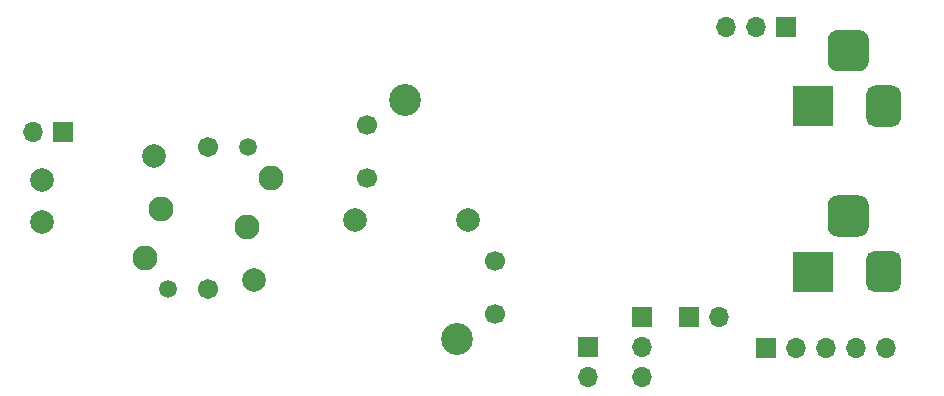
<source format=gbs>
G04 #@! TF.GenerationSoftware,KiCad,Pcbnew,(5.1.6-0-10_14)*
G04 #@! TF.CreationDate,2021-10-29T19:35:58+09:00*
G04 #@! TF.ProjectId,peltier+relay,70656c74-6965-4722-9b72-656c61792e6b,rev?*
G04 #@! TF.SameCoordinates,Original*
G04 #@! TF.FileFunction,Soldermask,Bot*
G04 #@! TF.FilePolarity,Negative*
%FSLAX46Y46*%
G04 Gerber Fmt 4.6, Leading zero omitted, Abs format (unit mm)*
G04 Created by KiCad (PCBNEW (5.1.6-0-10_14)) date 2021-10-29 19:35:58*
%MOMM*%
%LPD*%
G01*
G04 APERTURE LIST*
%ADD10O,1.700000X1.700000*%
%ADD11R,1.700000X1.700000*%
%ADD12C,2.000000*%
%ADD13R,3.500000X3.500000*%
%ADD14C,2.700000*%
%ADD15C,1.700000*%
%ADD16C,2.108200*%
%ADD17C,2.006600*%
%ADD18C,1.701800*%
%ADD19C,1.498600*%
G04 APERTURE END LIST*
D10*
X176160000Y-110500000D03*
X173620000Y-110500000D03*
X171080000Y-110500000D03*
X168540000Y-110500000D03*
D11*
X166000000Y-110500000D03*
D12*
X104750000Y-99770000D03*
X104750000Y-96270000D03*
D10*
X162050000Y-107810000D03*
D11*
X159510000Y-107810000D03*
D10*
X155560000Y-112890000D03*
X155560000Y-110350000D03*
D11*
X155560000Y-107810000D03*
D13*
X170000000Y-104000000D03*
G36*
G01*
X177500000Y-103000000D02*
X177500000Y-105000000D01*
G75*
G02*
X176750000Y-105750000I-750000J0D01*
G01*
X175250000Y-105750000D01*
G75*
G02*
X174500000Y-105000000I0J750000D01*
G01*
X174500000Y-103000000D01*
G75*
G02*
X175250000Y-102250000I750000J0D01*
G01*
X176750000Y-102250000D01*
G75*
G02*
X177500000Y-103000000I0J-750000D01*
G01*
G37*
G36*
G01*
X174750000Y-98425000D02*
X174750000Y-100175000D01*
G75*
G02*
X173875000Y-101050000I-875000J0D01*
G01*
X172125000Y-101050000D01*
G75*
G02*
X171250000Y-100175000I0J875000D01*
G01*
X171250000Y-98425000D01*
G75*
G02*
X172125000Y-97550000I875000J0D01*
G01*
X173875000Y-97550000D01*
G75*
G02*
X174750000Y-98425000I0J-875000D01*
G01*
G37*
G36*
G01*
X174750000Y-84425000D02*
X174750000Y-86175000D01*
G75*
G02*
X173875000Y-87050000I-875000J0D01*
G01*
X172125000Y-87050000D01*
G75*
G02*
X171250000Y-86175000I0J875000D01*
G01*
X171250000Y-84425000D01*
G75*
G02*
X172125000Y-83550000I875000J0D01*
G01*
X173875000Y-83550000D01*
G75*
G02*
X174750000Y-84425000I0J-875000D01*
G01*
G37*
G36*
G01*
X177500000Y-89000000D02*
X177500000Y-91000000D01*
G75*
G02*
X176750000Y-91750000I-750000J0D01*
G01*
X175250000Y-91750000D01*
G75*
G02*
X174500000Y-91000000I0J750000D01*
G01*
X174500000Y-89000000D01*
G75*
G02*
X175250000Y-88250000I750000J0D01*
G01*
X176750000Y-88250000D01*
G75*
G02*
X177500000Y-89000000I0J-750000D01*
G01*
G37*
X170000000Y-90000000D03*
D14*
X139880000Y-109710000D03*
D15*
X143130000Y-107610000D03*
X143130000Y-103110000D03*
D12*
X140780000Y-99610000D03*
D14*
X135480000Y-89510000D03*
D15*
X132230000Y-91610000D03*
X132230000Y-96110000D03*
D12*
X131280000Y-99610000D03*
D16*
X114830000Y-98720000D03*
D17*
X114230000Y-94220000D03*
D18*
X118780000Y-93420000D03*
D19*
X122180000Y-93420000D03*
D16*
X124130000Y-96070000D03*
X122130000Y-100220000D03*
D17*
X122730000Y-104720000D03*
D18*
X118780000Y-105520000D03*
D19*
X115380000Y-105520000D03*
D16*
X113430000Y-102870000D03*
D10*
X151000000Y-112890000D03*
D11*
X151000000Y-110350000D03*
D10*
X162690010Y-83330008D03*
X165230010Y-83330008D03*
D11*
X167770010Y-83330008D03*
D10*
X103940000Y-92160000D03*
D11*
X106480000Y-92160000D03*
M02*

</source>
